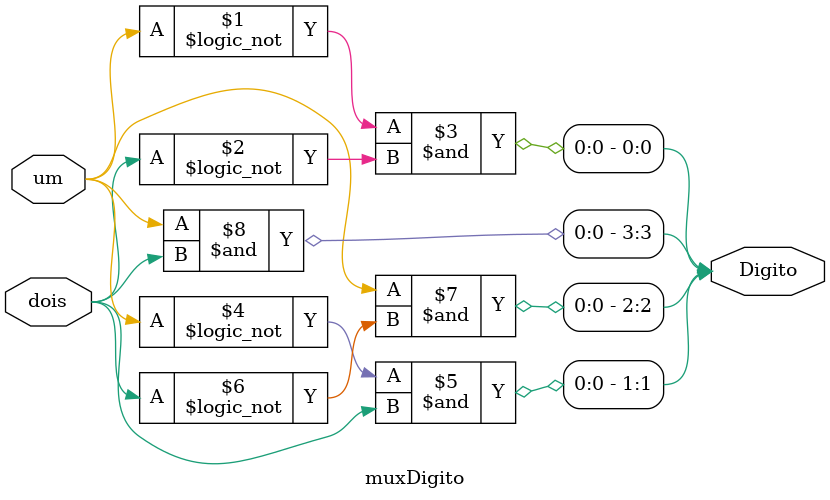
<source format=v>
module muxDigito(um,dois,Digito);
	input um,dois;
	output [3:0] Digito;
	
	and(Digito[0],!um,!dois);
	and(Digito[1],!um,dois);
	and(Digito[2],um,!dois);
	and(Digito[3],um,dois);
endmodule
</source>
